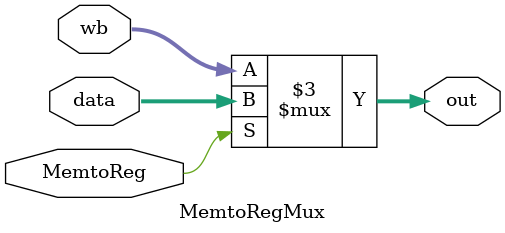
<source format=v>
`timescale 1ns / 1ps
module MemtoRegMux(
    input [31:0] wb,
    input [31:0] data,
    input MemtoReg,
    output reg [31:0] out
);
always @(wb, data, MemtoReg)begin
  if (MemtoReg)begin
    out <= data;
  end
  else 
    out <= wb;
end
endmodule 
</source>
